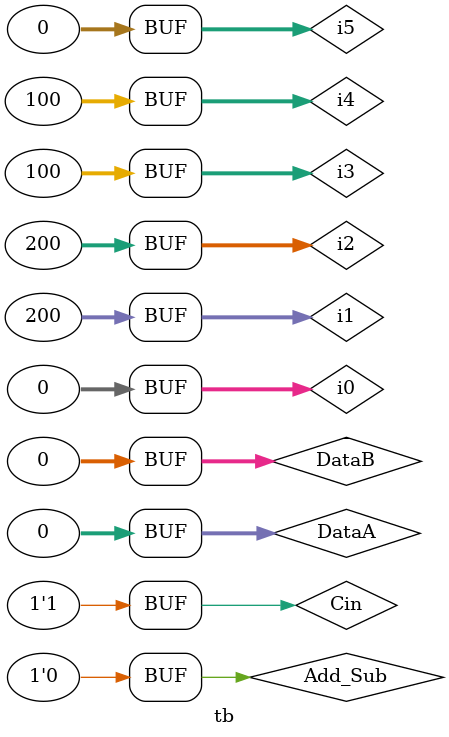
<source format=v>
`timescale 1 ns / 1 ps
module tb;
    reg [31:0] DataA = 32'b0;
    reg [31:0] DataB = 32'b0;
    reg Cin = 0;
    reg Add_Sub = 0;
    wire [31:0] Result;
    wire Cout;

    integer i0 = 0, i1 = 0, i2 = 0, i3 = 0, i4 = 0, i5 = 0;

    GSR GSR_INST (.GSR(1'b1));
    PUR PUR_INST (.PUR(1'b1));

    lm32_addsub u1 (.DataA(DataA), .DataB(DataB), .Cin(Cin), .Add_Sub(Add_Sub), 
        .Result(Result), .Cout(Cout)
    );

    initial
    begin
       DataA <= 0;
      for (i1 = 0; i1 < 200; i1 = i1 + 1) begin
        #10;
         DataA <= DataA + 1'b1;
      end
    end
    initial
    begin
       DataB <= 0;
      for (i2 = 0; i2 < 200; i2 = i2 + 1) begin
        #10;
         DataB <= DataB + 1'b1;
      end
    end
    initial
    begin
       Cin <= 1'b0;
      for (i3 = 0; i3 < 100; i3 = i3 + 1) begin
        #10;
      end
       Cin <= 1'b1;
    end
    initial
    begin
       Add_Sub <= 1'b1;
      for (i4 = 0; i4 < 100; i4 = i4 + 1) begin
        #10;
      end
       Add_Sub <= 1'b0;
    end
endmodule
</source>
